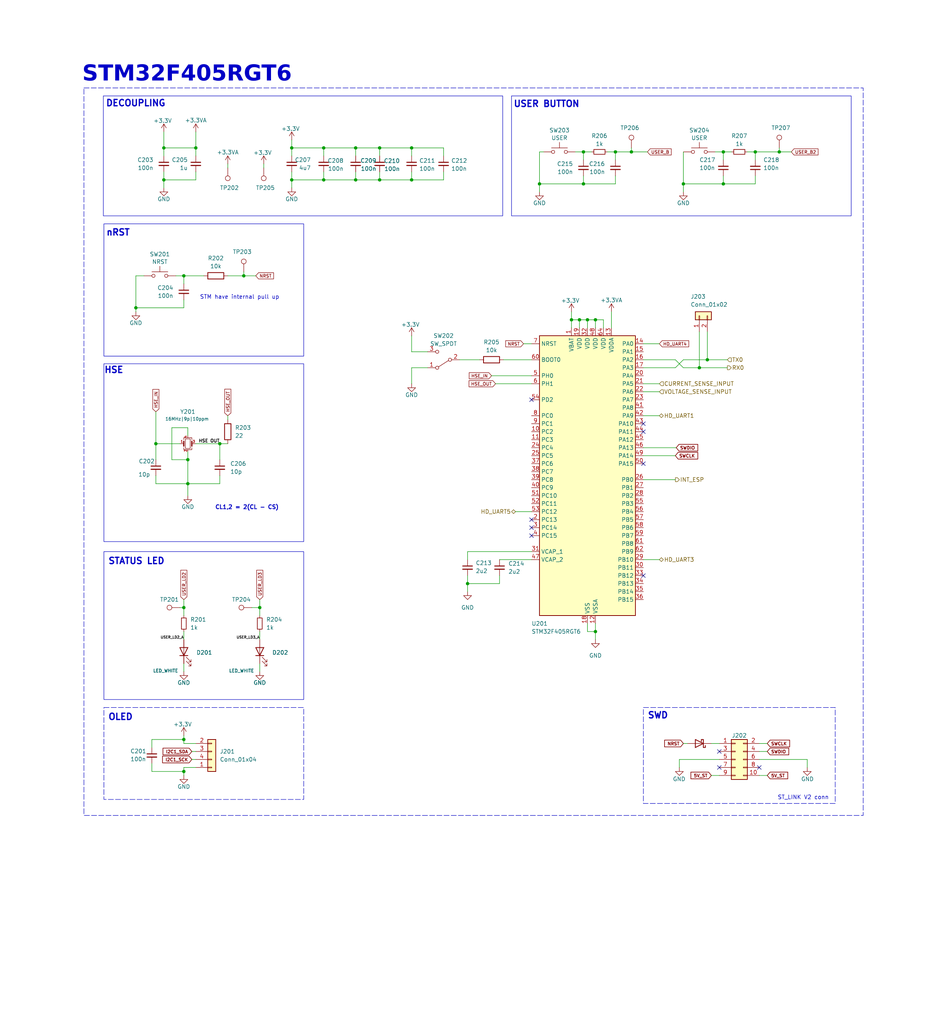
<source format=kicad_sch>
(kicad_sch (version 20231120) (generator "eeschema") (generator_version "8.0")
  (paper "User" 300 325.4)
  (lib_symbols
    (symbol "Connector:TestPoint" (pin_numbers hide) (pin_names (offset 0.762) hide)
      (property "Reference" "TP" (at 0 6.858 0))
      (property "Value" "TestPoint" (at 0 5.08 0))
      (symbol "TestPoint_0_1"
        (circle (center 0 3.302) (radius 0.762))
      )
      (symbol "TestPoint_1_1"
        (pin passive line (at 0 0 90) (length 2.54) (name "1") (number "1"))
      )
    )
    (symbol "Connector_Generic:Conn_01x02" (pin_names (offset 1.016) hide)
      (property "Reference" "J" (at 0 2.54 0))
      (property "Value" "Conn_01x02" (at 0 -5.08 0))
      (symbol "Conn_01x02_1_1"
        (rectangle (start -1.27 -2.413) (end 0 -2.667) (stroke (width 0.1524)))
        (rectangle (start -1.27 0.127) (end 0 -0.127) (stroke (width 0.1524)))
        (rectangle (start -1.27 1.27) (end 1.27 -3.81) (stroke (width 0.254)) (fill (type background)))
        (pin passive line (at -5.08 0 0) (length 3.81) (name "Pin_1") (number "1"))
        (pin passive line (at -5.08 -2.54 0) (length 3.81) (name "Pin_2") (number "2"))
      )
    )
    (symbol "Connector_Generic:Conn_01x04" (pin_names (offset 1.016) hide)
      (property "Reference" "J302" (at 2.54 0 0))
      (property "Value" "Conn_01x04" (at 2.54 -2.54 0))
      (symbol "Conn_01x04_1_1"
        (rectangle (start -1.27 -4.953) (end 0 -5.207) (stroke (width 0.1524)))
        (rectangle (start -1.27 -2.413) (end 0 -2.667) (stroke (width 0.1524)))
        (rectangle (start -1.27 0.127) (end 0 -0.127) (stroke (width 0.1524)))
        (rectangle (start -1.27 2.667) (end 0 2.413) (stroke (width 0.1524)))
        (rectangle (start -1.27 3.81) (end 1.27 -6.35) (stroke (width 0.254)) (fill (type background)))
        (pin passive line (at -5.08 -5.08 0) (length 3.81) (name "Pin_4") (number "1"))
        (pin passive line (at -5.08 2.54 0) (length 3.81) (name "Pin_1") (number "2"))
        (pin passive line (at -5.08 0 0) (length 3.81) (name "Pin_2") (number "3"))
        (pin passive line (at -5.08 -2.54 0) (length 3.81) (name "Pin_3") (number "4"))
      )
    )
    (symbol "Connector_Generic:Conn_02x05_Counter_Clockwise" (pin_names (offset 1.016) hide)
      (property "Reference" "J202" (at 1.27 7.62 0))
      (symbol "Conn_02x05_Counter_Clockwise_1_1"
        (rectangle (start -1.27 -4.953) (end 0 -5.207) (stroke (width 0.1524)))
        (rectangle (start -1.27 -2.413) (end 0 -2.667) (stroke (width 0.1524)))
        (rectangle (start -1.27 0.127) (end 0 -0.127) (stroke (width 0.1524)))
        (rectangle (start -1.27 2.667) (end 0 2.413) (stroke (width 0.1524)))
        (rectangle (start -1.27 5.207) (end 0 4.953) (stroke (width 0.1524)))
        (rectangle (start -1.27 6.35) (end 3.81 -6.35) (stroke (width 0.254)) (fill (type background)))
        (rectangle (start 3.81 -4.953) (end 2.54 -5.207) (stroke (width 0.1524)))
        (rectangle (start 3.81 -2.413) (end 2.54 -2.667) (stroke (width 0.1524)))
        (rectangle (start 3.81 0.127) (end 2.54 -0.127) (stroke (width 0.1524)))
        (rectangle (start 3.81 2.667) (end 2.54 2.413) (stroke (width 0.1524)))
        (rectangle (start 3.81 5.207) (end 2.54 4.953) (stroke (width 0.1524)))
        (pin passive line (at -5.08 5.08 0) (length 3.81) (name "Pin_1") (number "1"))
        (pin passive line (at 7.62 -5.08 180) (length 3.81) (name "Pin_6") (number "10"))
        (pin passive line (at 7.62 5.08 180) (length 3.81) (name "Pin_10") (number "2"))
        (pin passive line (at -5.08 2.54 0) (length 3.81) (name "Pin_2") (number "3"))
        (pin passive line (at 7.62 2.54 180) (length 3.81) (name "Pin_9") (number "4"))
        (pin passive line (at -5.08 0 0) (length 3.81) (name "Pin_3") (number "5"))
        (pin passive line (at 7.62 0 180) (length 3.81) (name "Pin_8") (number "6"))
        (pin passive line (at -5.08 -2.54 0) (length 3.81) (name "Pin_4") (number "7"))
        (pin passive line (at 7.62 -2.54 180) (length 3.81) (name "Pin_7") (number "8"))
        (pin passive line (at -5.08 -5.08 0) (length 3.81) (name "Pin_5") (number "9"))
      )
    )
    (symbol "Device:C_Small" (pin_numbers hide) (pin_names (offset 0.254) hide)
      (property "Reference" "C" (at 0.254 1.778 0))
      (property "Value" "C_Small" (at 0.254 -2.032 0))
      (symbol "C_Small_0_1"
        (polyline (pts (xy -1.524 -0.508) (xy 1.524 -0.508)) (stroke (width 0.3302)))
        (polyline (pts (xy -1.524 0.508) (xy 1.524 0.508)) (stroke (width 0.3048)))
      )
      (symbol "C_Small_1_1"
        (pin passive line (at 0 2.54 270) (length 2.032) (name "~") (number "1"))
        (pin passive line (at 0 -2.54 90) (length 2.032) (name "~") (number "2"))
      )
    )
    (symbol "Device:Crystal_GND24_Small" (pin_names (offset 1.016) hide)
      (property "Reference" "Y" (at 1.27 4.445 0))
      (property "Value" "Crystal_GND24_Small" (at 1.27 2.54 0))
      (symbol "Crystal_GND24_Small_0_1"
        (rectangle (start -0.762 -1.524) (end 0.762 1.524))
        (polyline (pts (xy -1.27 -0.762) (xy -1.27 0.762)) (stroke (width 0.381)))
        (polyline (pts (xy 1.27 -0.762) (xy 1.27 0.762)) (stroke (width 0.381)))
        (polyline (pts (xy -1.27 -1.27) (xy -1.27 -1.905) (xy 1.27 -1.905) (xy 1.27 -1.27)))
        (polyline (pts (xy -1.27 1.27) (xy -1.27 1.905) (xy 1.27 1.905) (xy 1.27 1.27)))
      )
      (symbol "Crystal_GND24_Small_1_1"
        (pin passive line (at -2.54 0 0) (length 1.27) (name "1") (number "1"))
        (pin passive line (at 0 -2.54 90) (length 0.635) (name "2") (number "2"))
        (pin passive line (at 2.54 0 180) (length 1.27) (name "3") (number "3"))
        (pin passive line (at 0 2.54 270) (length 0.635) (name "4") (number "4"))
      )
    )
    (symbol "Device:D_Schottky" (pin_numbers hide) (pin_names (offset 1.016) hide)
      (property "Reference" "D" (at 0 2.54 0))
      (property "Value" "D_Schottky" (at 0 -2.54 0))
      (symbol "D_Schottky_0_1"
        (polyline (pts (xy 1.27 0) (xy -1.27 0)))
        (polyline (pts (xy 1.27 1.27) (xy 1.27 -1.27) (xy -1.27 0) (xy 1.27 1.27)) (stroke (width 0.254)))
        (polyline (pts (xy -1.905 0.635) (xy -1.905 1.27) (xy -1.27 1.27) (xy -1.27 -1.27) (xy -0.635 -1.27) (xy -0.635 -0.635)) (stroke (width 0.254)))
      )
      (symbol "D_Schottky_1_1"
        (pin passive line (at -3.81 0 0) (length 2.54) (name "K") (number "1"))
        (pin passive line (at 3.81 0 180) (length 2.54) (name "A") (number "2"))
      )
    )
    (symbol "Device:LED" (pin_numbers hide) (pin_names (offset 1.016) hide)
      (property "Reference" "D" (at 0 2.54 0))
      (property "Value" "LED" (at 0 -2.54 0))
      (symbol "LED_0_1"
        (polyline (pts (xy -1.27 -1.27) (xy -1.27 1.27)) (stroke (width 0.254)))
        (polyline (pts (xy -1.27 0) (xy 1.27 0)))
        (polyline (pts (xy 1.27 -1.27) (xy 1.27 1.27) (xy -1.27 0) (xy 1.27 -1.27)) (stroke (width 0.254)))
        (polyline (pts (xy -3.048 -0.762) (xy -4.572 -2.286) (xy -3.81 -2.286) (xy -4.572 -2.286) (xy -4.572 -1.524)))
        (polyline (pts (xy -1.778 -0.762) (xy -3.302 -2.286) (xy -2.54 -2.286) (xy -3.302 -2.286) (xy -3.302 -1.524)))
      )
      (symbol "LED_1_1"
        (pin passive line (at -3.81 0 0) (length 2.54) (name "K") (number "1"))
        (pin passive line (at 3.81 0 180) (length 2.54) (name "A") (number "2"))
      )
    )
    (symbol "Device:R" (pin_numbers hide) (pin_names (offset 0))
      (property "Reference" "R" (at 2.032 0 90))
      (property "Value" "R" (at 0 0 90))
      (symbol "R_0_1"
        (rectangle (start -1.016 -2.54) (end 1.016 2.54) (stroke (width 0.254)))
      )
      (symbol "R_1_1"
        (pin passive line (at 0 3.81 270) (length 1.27) (name "~") (number "1"))
        (pin passive line (at 0 -3.81 90) (length 1.27) (name "~") (number "2"))
      )
    )
    (symbol "Device:R_Small" (pin_numbers hide) (pin_names (offset 0.254) hide)
      (property "Reference" "R" (at 0.762 0.508 0))
      (property "Value" "R_Small" (at 0.762 -1.016 0))
      (symbol "R_Small_0_1"
        (rectangle (start -0.762 1.778) (end 0.762 -1.778) (stroke (width 0.2032)))
      )
      (symbol "R_Small_1_1"
        (pin passive line (at 0 2.54 270) (length 0.762) (name "~") (number "1"))
        (pin passive line (at 0 -2.54 90) (length 0.762) (name "~") (number "2"))
      )
    )
    (symbol "MCU_ST_STM32F4:STM32F405RGTx"
      (property "Reference" "U" (at -15.24 46.99 0))
      (property "Value" "STM32F405RGTx" (at 10.16 46.99 0))
      (symbol "STM32F405RGTx_0_1"
        (rectangle (start -15.24 -43.18) (end 15.24 45.72) (stroke (width 0.254)) (fill (type background)))
      )
      (symbol "STM32F405RGTx_1_1"
        (pin power_in line (at -5.08 48.26 270) (length 2.54) (name "VBAT") (number "1"))
        (pin bidirectional line (at -17.78 15.24 0) (length 2.54) (name "PC2") (number "10"))
        (pin bidirectional line (at -17.78 12.7 0) (length 2.54) (name "PC3") (number "11"))
        (pin power_in line (at 2.54 -45.72 90) (length 2.54) (name "VSSA") (number "12"))
        (pin power_in line (at 7.62 48.26 270) (length 2.54) (name "VDDA") (number "13"))
        (pin bidirectional line (at 17.78 43.18 180) (length 2.54) (name "PA0") (number "14"))
        (pin bidirectional line (at 17.78 40.64 180) (length 2.54) (name "PA1") (number "15"))
        (pin bidirectional line (at 17.78 38.1 180) (length 2.54) (name "PA2") (number "16"))
        (pin bidirectional line (at 17.78 35.56 180) (length 2.54) (name "PA3") (number "17"))
        (pin power_in line (at 0 -45.72 90) (length 2.54) (name "VSS") (number "18"))
        (pin power_in line (at -2.54 48.26 270) (length 2.54) (name "VDD") (number "19"))
        (pin bidirectional line (at -17.78 -12.7 0) (length 2.54) (name "PC13") (number "2"))
        (pin bidirectional line (at 17.78 33.02 180) (length 2.54) (name "PA4") (number "20"))
        (pin bidirectional line (at 17.78 30.48 180) (length 2.54) (name "PA5") (number "21"))
        (pin bidirectional line (at 17.78 27.94 180) (length 2.54) (name "PA6") (number "22"))
        (pin bidirectional line (at 17.78 25.4 180) (length 2.54) (name "PA7") (number "23"))
        (pin bidirectional line (at -17.78 10.16 0) (length 2.54) (name "PC4") (number "24"))
        (pin bidirectional line (at -17.78 7.62 0) (length 2.54) (name "PC5") (number "25"))
        (pin bidirectional line (at 17.78 0 180) (length 2.54) (name "PB0") (number "26"))
        (pin bidirectional line (at 17.78 -2.54 180) (length 2.54) (name "PB1") (number "27"))
        (pin bidirectional line (at 17.78 -5.08 180) (length 2.54) (name "PB2") (number "28"))
        (pin bidirectional line (at 17.78 -25.4 180) (length 2.54) (name "PB10") (number "29"))
        (pin bidirectional line (at -17.78 -15.24 0) (length 2.54) (name "PC14") (number "3"))
        (pin bidirectional line (at 17.78 -27.94 180) (length 2.54) (name "PB11") (number "30"))
        (pin power_out line (at -17.78 -22.86 0) (length 2.54) (name "VCAP_1") (number "31"))
        (pin power_in line (at 0 48.26 270) (length 2.54) (name "VDD") (number "32"))
        (pin bidirectional line (at 17.78 -30.48 180) (length 2.54) (name "PB12") (number "33"))
        (pin bidirectional line (at 17.78 -33.02 180) (length 2.54) (name "PB13") (number "34"))
        (pin bidirectional line (at 17.78 -35.56 180) (length 2.54) (name "PB14") (number "35"))
        (pin bidirectional line (at 17.78 -38.1 180) (length 2.54) (name "PB15") (number "36"))
        (pin bidirectional line (at -17.78 5.08 0) (length 2.54) (name "PC6") (number "37"))
        (pin bidirectional line (at -17.78 2.54 0) (length 2.54) (name "PC7") (number "38"))
        (pin bidirectional line (at -17.78 0 0) (length 2.54) (name "PC8") (number "39"))
        (pin bidirectional line (at -17.78 -17.78 0) (length 2.54) (name "PC15") (number "4"))
        (pin bidirectional line (at -17.78 -2.54 0) (length 2.54) (name "PC9") (number "40"))
        (pin bidirectional line (at 17.78 22.86 180) (length 2.54) (name "PA8") (number "41"))
        (pin bidirectional line (at 17.78 20.32 180) (length 2.54) (name "PA9") (number "42"))
        (pin bidirectional line (at 17.78 17.78 180) (length 2.54) (name "PA10") (number "43"))
        (pin bidirectional line (at 17.78 15.24 180) (length 2.54) (name "PA11") (number "44"))
        (pin bidirectional line (at 17.78 12.7 180) (length 2.54) (name "PA12") (number "45"))
        (pin bidirectional line (at 17.78 10.16 180) (length 2.54) (name "PA13") (number "46"))
        (pin power_out line (at -17.78 -25.4 0) (length 2.54) (name "VCAP_2") (number "47"))
        (pin power_in line (at 2.54 48.26 270) (length 2.54) (name "VDD") (number "48"))
        (pin bidirectional line (at 17.78 7.62 180) (length 2.54) (name "PA14") (number "49"))
        (pin bidirectional line (at -17.78 33.02 0) (length 2.54) (name "PH0") (number "5"))
        (pin bidirectional line (at 17.78 5.08 180) (length 2.54) (name "PA15") (number "50"))
        (pin bidirectional line (at -17.78 -5.08 0) (length 2.54) (name "PC10") (number "51"))
        (pin bidirectional line (at -17.78 -7.62 0) (length 2.54) (name "PC11") (number "52"))
        (pin bidirectional line (at -17.78 -10.16 0) (length 2.54) (name "PC12") (number "53"))
        (pin bidirectional line (at -17.78 25.4 0) (length 2.54) (name "PD2") (number "54"))
        (pin bidirectional line (at 17.78 -7.62 180) (length 2.54) (name "PB3") (number "55"))
        (pin bidirectional line (at 17.78 -10.16 180) (length 2.54) (name "PB4") (number "56"))
        (pin bidirectional line (at 17.78 -12.7 180) (length 2.54) (name "PB5") (number "57"))
        (pin bidirectional line (at 17.78 -15.24 180) (length 2.54) (name "PB6") (number "58"))
        (pin bidirectional line (at 17.78 -17.78 180) (length 2.54) (name "PB7") (number "59"))
        (pin bidirectional line (at -17.78 30.48 0) (length 2.54) (name "PH1") (number "6"))
        (pin input line (at -17.78 38.1 0) (length 2.54) (name "BOOT0") (number "60"))
        (pin bidirectional line (at 17.78 -20.32 180) (length 2.54) (name "PB8") (number "61"))
        (pin bidirectional line (at 17.78 -22.86 180) (length 2.54) (name "PB9") (number "62"))
        (pin passive line (at 0 -45.72 90) (length 2.54) hide (name "VSS") (number "63"))
        (pin power_in line (at 5.08 48.26 270) (length 2.54) (name "VDD") (number "64"))
        (pin input line (at -17.78 43.18 0) (length 2.54) (name "NRST") (number "7"))
        (pin bidirectional line (at -17.78 20.32 0) (length 2.54) (name "PC0") (number "8"))
        (pin bidirectional line (at -17.78 17.78 0) (length 2.54) (name "PC1") (number "9"))
      )
    )
    (symbol "SW_MEC_5G_2" (pin_numbers hide) (pin_names (offset 1.016) hide)
      (property "Reference" "SW301" (at 0 6.858 0))
      (property "Value" "NRST" (at 0 4.445 0))
      (symbol "SW_MEC_5G_2_0_1"
        (circle (center -2.032 0) (radius 0.508))
        (polyline (pts (xy 0 1.27) (xy 0 3.048)))
        (polyline (pts (xy 2.54 1.27) (xy -2.54 1.27)))
        (circle (center 2.032 0) (radius 0.508))
      )
      (symbol "SW_MEC_5G_2_1_1"
        (pin passive line (at -5.08 0 0) (length 2.54) (name "A") (number "1"))
        (pin passive line (at -5.08 0 0) (length 2.54) hide (name "A") (number "2"))
        (pin passive line (at 5.08 0 180) (length 2.54) (name "B") (number "2"))
        (pin passive line (at 5.08 0 180) (length 2.54) hide (name "B") (number "4"))
      )
    )
    (symbol "SW_MEC_5G_3" (pin_numbers hide) (pin_names (offset 1.016) hide)
      (property "Reference" "SW303" (at 0 6.858 0))
      (property "Value" "USER" (at 0 4.445 0))
      (symbol "SW_MEC_5G_3_0_1"
        (circle (center -2.032 0) (radius 0.508))
        (polyline (pts (xy 0 1.27) (xy 0 3.048)))
        (polyline (pts (xy 2.54 1.27) (xy -2.54 1.27)))
        (circle (center 2.032 0) (radius 0.508))
        (pin passive line (at -5.08 0 0) (length 2.54) (name "A") (number "1"))
      )
      (symbol "SW_MEC_5G_3_1_1"
        (pin passive line (at -5.08 0 0) (length 2.54) hide (name "A") (number "2"))
        (pin passive line (at 5.08 0 180) (length 2.54) (name "B") (number "2"))
        (pin passive line (at 5.08 0 180) (length 2.54) hide (name "B") (number "4"))
      )
    )
    (symbol "SW_MEC_5G_4" (pin_numbers hide) (pin_names (offset 1.016) hide)
      (property "Reference" "SW304" (at 0 6.858 0))
      (property "Value" "USER" (at 0 4.445 0))
      (symbol "SW_MEC_5G_4_0_1"
        (circle (center -2.032 0) (radius 0.508))
        (polyline (pts (xy 0 1.27) (xy 0 3.048)))
        (polyline (pts (xy 2.54 1.27) (xy -2.54 1.27)))
        (circle (center 2.032 0) (radius 0.508))
        (pin passive line (at -5.08 0 0) (length 2.54) (name "A") (number "1"))
      )
      (symbol "SW_MEC_5G_4_1_1"
        (pin passive line (at -5.08 0 0) (length 2.54) hide (name "A") (number "2"))
        (pin passive line (at 5.08 0 180) (length 2.54) (name "B") (number "2"))
        (pin passive line (at 5.08 0 180) (length 2.54) hide (name "B") (number "4"))
      )
    )
    (symbol "Switch:SW_SPDT" (pin_names (offset 0) hide)
      (property "Reference" "SW" (at 0 4.318 0))
      (property "Value" "SW_SPDT" (at 0 -5.08 0))
      (symbol "SW_SPDT_0_0"
        (circle (center -2.032 0) (radius 0.508))
        (circle (center 2.032 -2.54) (radius 0.508))
      )
      (symbol "SW_SPDT_0_1"
        (polyline (pts (xy -1.524 0.254) (xy 1.651 2.286)))
        (circle (center 2.032 2.54) (radius 0.508))
      )
      (symbol "SW_SPDT_1_1"
        (pin passive line (at 5.08 2.54 180) (length 2.54) (name "A") (number "1"))
        (pin passive line (at -5.08 0 0) (length 2.54) (name "B") (number "2"))
        (pin passive line (at 5.08 -2.54 180) (length 2.54) (name "C") (number "3"))
      )
    )
    (symbol "power:+3.3V" (power) (pin_names (offset 0))
      (property "Value" "+3.3V" (at 0 3.556 0))
      (symbol "+3.3V_0_1"
        (polyline (pts (xy -0.762 1.27) (xy 0 2.54)))
        (polyline (pts (xy 0 0) (xy 0 2.54)))
        (polyline (pts (xy 0 2.54) (xy 0.762 1.27)))
      )
      (symbol "+3.3V_1_1"
        (pin power_in line (at 0 0 90) (length 0) hide (name "+3.3V") (number "1"))
      )
    )
    (symbol "power:+3.3VA" (power) (pin_names (offset 0))
      (property "Value" "+3.3VA" (at 0 3.556 0))
      (symbol "+3.3VA_0_1"
        (polyline (pts (xy -0.762 1.27) (xy 0 2.54)))
        (polyline (pts (xy 0 0) (xy 0 2.54)))
        (polyline (pts (xy 0 2.54) (xy 0.762 1.27)))
      )
      (symbol "+3.3VA_1_1"
        (pin power_in line (at 0 0 90) (length 0) hide (name "+3.3VA") (number "1"))
      )
    )
    (symbol "power:GND" (power) (pin_names (offset 0))
      (property "Value" "GND" (at 0 -3.81 0))
      (symbol "GND_0_1"
        (polyline (pts (xy 0 0) (xy 0 -1.27) (xy 1.27 -1.27) (xy 0 -2.54) (xy -1.27 -1.27) (xy 0 -1.27)))
      )
      (symbol "GND_1_1"
        (pin power_in line (at 0 0 270) (length 0) hide (name "GND") (number "1"))
      )
    )
  )
  (junction (at 77.47 87.63))
  (junction (at 69.85 140.97))
  (junction (at 82.55 193.04))
  (junction (at 195.58 48.26))
  (junction (at 43.18 97.79))
  (junction (at 130.81 46.99))
  (junction (at 181.61 101.6))
  (junction (at 186.69 101.6))
  (junction (at 120.65 57.15))
  (junction (at 185.42 48.26))
  (junction (at 102.87 46.99))
  (junction (at 92.71 57.15))
  (junction (at 58.42 193.04))
  (junction (at 130.81 57.15))
  (junction (at 58.42 245.11))
  (junction (at 102.87 57.15))
  (junction (at 189.23 200.66))
  (junction (at 113.03 57.15))
  (junction (at 92.71 46.99))
  (junction (at 185.42 58.42))
  (junction (at 184.15 101.6))
  (junction (at 148.59 185.42))
  (junction (at 58.42 87.63))
  (junction (at 58.42 234.95))
  (junction (at 52.07 57.15))
  (junction (at 247.65 48.26))
  (junction (at 171.45 58.42))
  (junction (at 62.23 46.99))
  (junction (at 224.79 114.3))
  (junction (at 113.03 46.99))
  (junction (at 49.53 140.97))
  (junction (at 52.07 46.99))
  (junction (at 59.69 146.05))
  (junction (at 120.65 46.99))
  (junction (at 229.87 48.26))
  (junction (at 59.69 153.67))
  (junction (at 240.03 48.26))
  (junction (at 189.23 101.6))
  (junction (at 229.87 58.42))
  (junction (at 217.17 58.42))
  (junction (at 222.25 116.84))
  (junction (at 200.66 48.26))
  (no_connect (at 168.91 167.64))
  (no_connect (at 168.91 165.1))
  (no_connect (at 204.47 137.16))
  (no_connect (at 204.47 182.88))
  (no_connect (at 241.3 243.84))
  (no_connect (at 228.6 243.84))
  (no_connect (at 168.91 170.18))
  (no_connect (at 204.47 134.62))
  (no_connect (at 204.47 147.32))
  (no_connect (at 228.6 238.76))
  (no_connect (at 168.91 127))
  (wire (pts (xy 241.3 241.3) (xy 256.54 241.3)))
  (wire (pts (xy 217.17 114.3) (xy 214.63 116.84)))
  (wire (pts (xy 69.85 140.97) (xy 72.39 140.97)))
  (wire (pts (xy 204.47 121.92) (xy 209.55 121.92)))
  (wire (pts (xy 102.87 46.99) (xy 102.87 49.53)))
  (wire (pts (xy 148.59 177.8) (xy 148.59 175.26)))
  (wire (pts (xy 241.3 238.76) (xy 243.84 238.76)))
  (wire (pts (xy 130.81 46.99) (xy 120.65 46.99)))
  (wire (pts (xy 148.59 175.26) (xy 168.91 175.26)))
  (wire (pts (xy 166.37 109.22) (xy 168.91 109.22)))
  (wire (pts (xy 92.71 44.45) (xy 92.71 46.99)))
  (wire (pts (xy 58.42 87.63) (xy 55.88 87.63)))
  (wire (pts (xy 52.07 57.15) (xy 52.07 59.69)))
  (wire (pts (xy 218.44 236.22) (xy 217.17 236.22)))
  (wire (pts (xy 204.47 142.24) (xy 214.9151 142.24)))
  (wire (pts (xy 240.03 58.42) (xy 229.87 58.42)))
  (wire (pts (xy 59.69 146.05) (xy 59.69 143.51)))
  (wire (pts (xy 82.55 210.82) (xy 82.55 213.36)))
  (wire (pts (xy 58.42 233.68) (xy 58.42 234.95)))
  (wire (pts (xy 189.23 200.66) (xy 186.69 200.66)))
  (wire (pts (xy 52.07 49.53) (xy 52.07 46.99)))
  (wire (pts (xy 52.07 57.15) (xy 62.23 57.15)))
  (wire (pts (xy 82.55 200.66) (xy 82.55 203.2)))
  (wire (pts (xy 52.07 54.61) (xy 52.07 57.15)))
  (wire (pts (xy 204.47 124.46) (xy 209.55 124.46)))
  (wire (pts (xy 193.04 48.26) (xy 195.58 48.26)))
  (wire (pts (xy 217.17 116.84) (xy 222.25 116.84)))
  (wire (pts (xy 49.53 151.13) (xy 49.53 153.67)))
  (wire (pts (xy 256.54 241.3) (xy 256.54 243.84)))
  (wire (pts (xy 171.45 48.26) (xy 172.72 48.26)))
  (wire (pts (xy 43.18 87.63) (xy 43.18 97.79)))
  (wire (pts (xy 226.06 246.38) (xy 228.6 246.38)))
  (wire (pts (xy 130.81 106.68) (xy 130.81 111.76)))
  (wire (pts (xy 186.69 101.6) (xy 186.69 104.14)))
  (wire (pts (xy 92.71 54.61) (xy 92.71 57.15)))
  (wire (pts (xy 191.77 101.6) (xy 189.23 101.6)))
  (wire (pts (xy 171.45 58.42) (xy 185.42 58.42)))
  (wire (pts (xy 58.42 193.04) (xy 58.42 195.58)))
  (wire (pts (xy 77.47 86.36) (xy 77.47 87.63)))
  (wire (pts (xy 217.17 116.84) (xy 214.63 114.3)))
  (wire (pts (xy 130.81 116.84) (xy 130.81 121.92)))
  (wire (pts (xy 83.82 52.07) (xy 83.82 53.34)))
  (wire (pts (xy 217.17 58.42) (xy 217.17 60.96)))
  (wire (pts (xy 195.58 55.88) (xy 195.58 58.42)))
  (wire (pts (xy 113.03 46.99) (xy 120.65 46.99)))
  (wire (pts (xy 224.79 114.3) (xy 231.14 114.3)))
  (wire (pts (xy 247.65 46.99) (xy 247.65 48.26)))
  (wire (pts (xy 120.65 54.61) (xy 120.65 57.15)))
  (wire (pts (xy 226.06 236.22) (xy 228.6 236.22)))
  (wire (pts (xy 59.69 153.67) (xy 69.85 153.67)))
  (wire (pts (xy 113.03 46.99) (xy 113.03 49.53)))
  (wire (pts (xy 62.23 140.97) (xy 69.85 140.97)))
  (wire (pts (xy 160.02 114.3) (xy 168.91 114.3)))
  (wire (pts (xy 49.53 130.81) (xy 49.53 140.97)))
  (wire (pts (xy 60.96 241.3) (xy 62.23 241.3)))
  (wire (pts (xy 52.07 46.99) (xy 62.23 46.99)))
  (wire (pts (xy 204.47 114.3) (xy 214.63 114.3)))
  (wire (pts (xy 204.47 152.4) (xy 214.63 152.4)))
  (wire (pts (xy 181.61 99.06) (xy 181.61 101.6)))
  (wire (pts (xy 82.55 193.04) (xy 82.55 195.58)))
  (wire (pts (xy 58.42 90.17) (xy 58.42 87.63)))
  (wire (pts (xy 229.87 58.42) (xy 217.17 58.42)))
  (wire (pts (xy 204.47 132.08) (xy 209.55 132.08)))
  (wire (pts (xy 186.69 101.6) (xy 184.15 101.6)))
  (wire (pts (xy 241.3 246.38) (xy 243.84 246.38)))
  (wire (pts (xy 62.23 41.91) (xy 62.23 46.99)))
  (wire (pts (xy 204.47 144.78) (xy 214.63 144.78)))
  (wire (pts (xy 184.15 101.6) (xy 184.15 104.14)))
  (wire (pts (xy 157.48 121.92) (xy 168.91 121.92)))
  (wire (pts (xy 92.71 57.15) (xy 102.87 57.15)))
  (wire (pts (xy 72.39 52.07) (xy 72.39 53.34)))
  (wire (pts (xy 102.87 57.15) (xy 113.03 57.15)))
  (wire (pts (xy 69.85 151.13) (xy 69.85 153.67)))
  (wire (pts (xy 217.17 48.26) (xy 217.17 58.42)))
  (wire (pts (xy 62.23 236.22) (xy 58.42 236.22)))
  (wire (pts (xy 58.42 95.25) (xy 58.42 97.79)))
  (wire (pts (xy 58.42 243.84) (xy 62.23 243.84)))
  (wire (pts (xy 48.26 245.11) (xy 58.42 245.11)))
  (wire (pts (xy 120.65 46.99) (xy 120.65 49.53)))
  (wire (pts (xy 251.46 48.26) (xy 247.65 48.26)))
  (wire (pts (xy 189.23 198.12) (xy 189.23 200.66)))
  (wire (pts (xy 82.55 190.5) (xy 82.55 193.04)))
  (wire (pts (xy 185.42 48.26) (xy 187.96 48.26)))
  (wire (pts (xy 80.01 193.04) (xy 82.55 193.04)))
  (wire (pts (xy 184.15 101.6) (xy 181.61 101.6)))
  (wire (pts (xy 58.42 87.63) (xy 64.77 87.63)))
  (wire (pts (xy 215.9 241.3) (xy 215.9 243.84)))
  (wire (pts (xy 59.69 157.48) (xy 59.69 153.67)))
  (wire (pts (xy 237.49 48.26) (xy 240.03 48.26)))
  (wire (pts (xy 195.58 48.26) (xy 200.66 48.26)))
  (wire (pts (xy 49.53 140.97) (xy 49.53 146.05)))
  (wire (pts (xy 140.97 46.99) (xy 140.97 49.53)))
  (wire (pts (xy 58.42 200.66) (xy 58.42 203.2)))
  (wire (pts (xy 72.39 87.63) (xy 77.47 87.63)))
  (wire (pts (xy 130.81 116.84) (xy 135.89 116.84)))
  (wire (pts (xy 148.59 182.88) (xy 148.59 185.42)))
  (wire (pts (xy 189.23 101.6) (xy 189.23 104.14)))
  (wire (pts (xy 59.69 135.89) (xy 59.69 138.43)))
  (wire (pts (xy 240.03 55.88) (xy 240.03 58.42)))
  (wire (pts (xy 229.87 55.88) (xy 229.87 58.42)))
  (wire (pts (xy 195.58 48.26) (xy 195.58 50.8)))
  (wire (pts (xy 58.42 190.5) (xy 58.42 193.04)))
  (wire (pts (xy 43.18 97.79) (xy 43.18 99.06)))
  (wire (pts (xy 92.71 46.99) (xy 92.71 49.53)))
  (wire (pts (xy 58.42 234.95) (xy 58.42 236.22)))
  (wire (pts (xy 77.47 87.63) (xy 81.28 87.63)))
  (wire (pts (xy 158.75 182.88) (xy 158.75 185.42)))
  (wire (pts (xy 185.42 48.26) (xy 185.42 50.8)))
  (wire (pts (xy 156.21 119.38) (xy 168.91 119.38)))
  (wire (pts (xy 135.89 111.76) (xy 130.81 111.76)))
  (wire (pts (xy 181.61 101.6) (xy 181.61 104.14)))
  (wire (pts (xy 58.42 97.79) (xy 43.18 97.79)))
  (wire (pts (xy 72.39 132.08) (xy 72.39 133.35)))
  (wire (pts (xy 48.26 242.57) (xy 48.26 245.11)))
  (wire (pts (xy 49.53 140.97) (xy 57.15 140.97)))
  (wire (pts (xy 191.77 104.14) (xy 191.77 101.6)))
  (wire (pts (xy 200.66 48.26) (xy 205.74 48.26)))
  (wire (pts (xy 49.53 153.67) (xy 59.69 153.67)))
  (wire (pts (xy 200.66 46.99) (xy 200.66 48.26)))
  (wire (pts (xy 182.88 48.26) (xy 185.42 48.26)))
  (wire (pts (xy 92.71 57.15) (xy 92.71 59.69)))
  (wire (pts (xy 54.61 146.05) (xy 54.61 135.89)))
  (wire (pts (xy 130.81 46.99) (xy 130.81 49.53)))
  (wire (pts (xy 185.42 58.42) (xy 195.58 58.42)))
  (wire (pts (xy 185.42 55.88) (xy 185.42 58.42)))
  (wire (pts (xy 222.25 105.41) (xy 222.25 116.84)))
  (wire (pts (xy 52.07 41.91) (xy 52.07 46.99)))
  (wire (pts (xy 224.79 114.3) (xy 217.17 114.3)))
  (wire (pts (xy 58.42 246.38) (xy 58.42 245.11)))
  (wire (pts (xy 158.75 177.8) (xy 168.91 177.8)))
  (wire (pts (xy 232.41 48.26) (xy 229.87 48.26)))
  (wire (pts (xy 92.71 46.99) (xy 102.87 46.99)))
  (wire (pts (xy 189.23 101.6) (xy 186.69 101.6)))
  (wire (pts (xy 168.91 162.56) (xy 163.83 162.56)))
  (wire (pts (xy 62.23 54.61) (xy 62.23 57.15)))
  (wire (pts (xy 171.45 58.42) (xy 171.45 60.96)))
  (wire (pts (xy 58.42 245.11) (xy 58.42 243.84)))
  (wire (pts (xy 60.96 238.76) (xy 62.23 238.76)))
  (wire (pts (xy 43.18 87.63) (xy 45.72 87.63)))
  (wire (pts (xy 204.47 109.22) (xy 209.55 109.22)))
  (wire (pts (xy 204.47 116.84) (xy 214.63 116.84)))
  (wire (pts (xy 48.26 237.49) (xy 48.26 234.95)))
  (wire (pts (xy 54.61 135.89) (xy 59.69 135.89)))
  (wire (pts (xy 189.23 203.2) (xy 189.23 200.66)))
  (wire (pts (xy 194.31 99.06) (xy 194.31 104.14)))
  (wire (pts (xy 69.85 140.97) (xy 69.85 146.05)))
  (wire (pts (xy 186.69 200.66) (xy 186.69 198.12)))
  (wire (pts (xy 204.47 177.8) (xy 209.55 177.8)))
  (wire (pts (xy 146.05 114.3) (xy 152.4 114.3)))
  (wire (pts (xy 130.81 57.15) (xy 120.65 57.15)))
  (wire (pts (xy 130.81 54.61) (xy 130.81 57.15)))
  (wire (pts (xy 247.65 48.26) (xy 240.03 48.26)))
  (wire (pts (xy 54.61 146.05) (xy 59.69 146.05)))
  (wire (pts (xy 240.03 48.26) (xy 240.03 50.8)))
  (wire (pts (xy 113.03 46.99) (xy 102.87 46.99)))
  (wire (pts (xy 48.26 234.95) (xy 58.42 234.95)))
  (wire (pts (xy 140.97 57.15) (xy 130.81 57.15)))
  (wire (pts (xy 171.45 48.26) (xy 171.45 58.42)))
  (wire (pts (xy 62.23 46.99) (xy 62.23 49.53)))
  (wire (pts (xy 224.79 105.41) (xy 224.79 114.3)))
  (wire (pts (xy 58.42 210.82) (xy 58.42 213.36)))
  (wire (pts (xy 57.15 193.04) (xy 58.42 193.04)))
  (wire (pts (xy 59.69 153.67) (xy 59.69 146.05)))
  (wire (pts (xy 228.6 241.3) (xy 215.9 241.3)))
  (wire (pts (xy 231.14 116.84) (xy 222.25 116.84)))
  (wire (pts (xy 241.3 236.22) (xy 243.84 236.22)))
  (wire (pts (xy 140.97 46.99) (xy 130.81 46.99)))
  (wire (pts (xy 102.87 54.61) (xy 102.87 57.15)))
  (wire (pts (xy 140.97 54.61) (xy 140.97 57.15)))
  (wire (pts (xy 148.59 185.42) (xy 158.75 185.42)))
  (wire (pts (xy 113.03 57.15) (xy 120.65 57.15)))
  (wire (pts (xy 229.87 48.26) (xy 229.87 50.8)))
  (wire (pts (xy 229.87 48.26) (xy 227.33 48.26)))
  (wire (pts (xy 148.59 185.42) (xy 148.59 187.96)))
  (wire (pts (xy 113.03 54.61) (xy 113.03 57.15)))
  (rectangle (start 32.8433 30.48) (end 159.766 68.58))
  (rectangle (start 26.67 27.94) (end 274.32 259.08) (stroke (width 0) (type dash)))
  (rectangle (start 33.02 175.26) (end 96.52 222.25))
  (rectangle (start 33.02 224.79) (end 96.52 254) (stroke (width 0) (type dash)))
  (rectangle (start 204.47 224.79) (end 265.43 255.27) (stroke (width 0) (type dash)))
  (rectangle (start 162.56 30.48) (end 270.51 68.58))
  (rectangle (start 33.02 71.12) (end 96.52 113.157))
  (rectangle (start 33.02 115.57) (end 96.52 172.085))
  (text "STM32F405RGT6" (at 26.162 27.94 0) (effects (font (size 5 5) (thickness 0.254) (bold yes)) (justify left bottom)))
  (text "nRST" (at 33.6576 75.196 0) (effects (font (size 2 2) (bold yes)) (justify left bottom)))
  (text "HSE" (at 33.02 118.872 0) (effects (font (size 2 2) (bold yes)) (justify left bottom)))
  (text "OLED\n" (at 34.29 229.108 0) (effects (font (size 2 2) (bold yes)) (justify left bottom)))
  (text "SWD" (at 205.74 228.6 0) (effects (font (size 2 2) (bold yes)) (justify left bottom)))
  (text "USER BUTTON \n" (at 163.0979 34.3468 0) (effects (font (size 2 2) (bold yes)) (justify left bottom)))
  (text "CL1,2 = 2(CL - CS) \n" (at 68.326 162.052 0) (effects (font (size 1.27 1.27) (bold yes)) (justify left bottom)))
  (text "STM have internal pull up " (at 63.5 95.25 0) (effects (font (size 1.27 1.27)) (justify left bottom)))
  (text "DECOUPLING" (at 33.5434 34.1153 0) (effects (font (size 2 2) (thickness 0.4) (bold yes)) (justify left bottom)))
  (text "STATUS LED" (at 34.29 179.578 0) (effects (font (size 2 2) (bold yes)) (justify left bottom)))
  (text "ST_LINK V2 conn" (at 255.27 253.492 0) (effects (font (size 1.27 1.27))))
  (label "USER_LD2_A" (at 58.42 203.2 180) (effects (font (size 0.8 0.8) (bold yes))))
  (label "USER_LD3_A" (at 82.55 203.2 180) (effects (font (size 0.8 0.8) (bold yes))))
  (label "HSE OUT" (at 69.85 140.97 180) (effects (font (size 1 1) (bold yes))))
  (global_label "I2C1_SCK" (shape input) (at 60.96 241.3 180) (effects (font (size 1 1) (thickness 0.2) (bold yes))) (property "Intersheetrefs" "${INTERSHEET_REFS}" (effects (hide yes))))
  (global_label "USER_LD2" (shape input) (at 58.42 190.5 90) (effects (font (size 1 1))) (property "Intersheetrefs" "${INTERSHEET_REFS}" (effects (hide yes))))
  (global_label "SWCLK" (shape input) (at 214.63 144.78 0) (effects (font (size 1 1) (thickness 0.2) (bold yes))) (property "Intersheetrefs" "${INTERSHEET_REFS}" (effects (hide yes))))
  (global_label "HSE_OUT" (shape input) (at 157.48 121.92 180) (effects (font (size 1 1))) (property "Intersheetrefs" "${INTERSHEET_REFS}" (effects (hide yes))))
  (global_label "USER_B2" (shape input) (at 251.46 48.26 0) (effects (font (size 1 1))) (property "Intersheetrefs" "${INTERSHEET_REFS}" (effects (hide yes))))
  (global_label "SWDIO" (shape input) (at 243.84 238.76 0) (effects (font (size 1 1) (thickness 0.2) (bold yes))) (property "Intersheetrefs" "${INTERSHEET_REFS}" (effects (hide yes))))
  (global_label "NRST" (shape input) (at 166.37 109.22 180) (effects (font (size 1 1))) (property "Intersheetrefs" "${INTERSHEET_REFS}" (effects (hide yes))))
  (global_label "I2C1_SDA" (shape input) (at 60.96 238.76 180) (effects (font (size 1 1) (thickness 0.2) (bold yes))) (property "Intersheetrefs" "${INTERSHEET_REFS}" (effects (hide yes))))
  (global_label "HSE_IN" (shape input) (at 49.53 130.81 90) (effects (font (size 1 1))) (property "Intersheetrefs" "${INTERSHEET_REFS}" (effects (hide yes))))
  (global_label "USER_LD3" (shape input) (at 82.55 190.5 90) (effects (font (size 1 1))) (property "Intersheetrefs" "${INTERSHEET_REFS}" (effects (hide yes))))
  (global_label "5V_ST" (shape input) (at 243.84 246.38 0) (effects (font (size 1 1) (thickness 0.2) (bold yes))) (property "Intersheetrefs" "${INTERSHEET_REFS}" (effects (hide yes))))
  (global_label "NRST" (shape input) (at 217.17 236.22 180) (effects (font (size 1 1) (thickness 0.2) (bold yes))) (property "Intersheetrefs" "${INTERSHEET_REFS}" (effects (hide yes))))
  (global_label "SWDIO" (shape input) (at 214.9151 142.24 0) (effects (font (size 1 1) (thickness 0.2) (bold yes))) (property "Intersheetrefs" "${INTERSHEET_REFS}" (effects (hide yes))))
  (global_label "USER_B" (shape input) (at 205.74 48.26 0) (effects (font (size 1 1))) (property "Intersheetrefs" "${INTERSHEET_REFS}" (effects (hide yes))))
  (global_label "5V_ST" (shape input) (at 226.06 246.38 180) (effects (font (size 1 1) (thickness 0.2) (bold yes))) (property "Intersheetrefs" "${INTERSHEET_REFS}" (effects (hide yes))))
  (global_label "HSE_OUT" (shape input) (at 72.39 132.08 90) (effects (font (size 1 1))) (property "Intersheetrefs" "${INTERSHEET_REFS}" (effects (hide yes))))
  (global_label "NRST" (shape input) (at 81.28 87.63 0) (effects (font (size 1 1))) (property "Intersheetrefs" "${INTERSHEET_REFS}" (effects (hide yes))))
  (global_label "HSE_IN" (shape input) (at 156.21 119.38 180) (effects (font (size 1 1))) (property "Intersheetrefs" "${INTERSHEET_REFS}" (effects (hide yes))))
  (global_label "HD_UART4" (shape input) (at 209.55 109.22 0) (effects (font (size 1 1))) (property "Intersheetrefs" "${INTERSHEET_REFS}" (effects (hide yes))))
  (global_label "SWCLK" (shape input) (at 243.84 236.22 0) (effects (font (size 1 1) (thickness 0.2) (bold yes))) (property "Intersheetrefs" "${INTERSHEET_REFS}" (effects (hide yes))))
  (hierarchical_label "HD_UART3" (shape bidirectional) (at 209.55 177.8 0))
  (hierarchical_label "RX0" (shape output) (at 231.14 116.84 0))
  (hierarchical_label "VOLTAGE_SENSE_INPUT" (shape input) (at 209.55 124.46 0))
  (hierarchical_label "HD_UART5" (shape bidirectional) (at 163.83 162.56 180))
  (hierarchical_label "INT_ESP" (shape output) (at 214.63 152.4 0))
  (hierarchical_label "TX0" (shape input) (at 231.14 114.3 0))
  (hierarchical_label "HD_UART1" (shape bidirectional) (at 209.55 132.08 0))
  (hierarchical_label "CURRENT_SENSE_INPUT" (shape input) (at 209.55 121.92 0))
  (symbol (lib_id "Device:LED") (at 82.55 207.01 90) (unit 1)
    (property "Reference" "D202" (at 86.487 207.3275 90) (effects (justify right)))
    (property "Value" "LED_WHITE" (at 72.771 213.106 90) (effects (font (size 1 1)) (justify right)))
    (property "Footprint" "Diode_SMD:D_0603_1608Metric" (effects (hide yes)))
    (property "LCSC Part #" "C2290" (effects (hide yes)))
    (property "JLCPCB Part #" "C2286" (effects (hide yes)))
  )
  (symbol (lib_id "Device:C_Small") (at 69.85 148.59 0) (mirror y) (unit 1)
    (property "Reference" "C206" (at 73.152 147.3263 0) (effects (justify right)))
    (property "Value" "10p" (at 73.152 149.8663 0) (effects (justify right)))
    (property "Footprint" "Capacitor_SMD:C_0402_1005Metric" (effects (hide yes)))
    (property "LCSC Part #" "C32949" (effects (hide yes)))
    (property "JLCPCB Part #" "C32949" (effects (hide yes)))
  )
  (symbol (lib_id "Connector:TestPoint") (at 83.82 53.34 180) (unit 1)
    (property "Reference" "TP205" (at 81.28 59.69 0) (effects (justify right)))
    (property "Value" "TestPoint" (effects (hide yes)))
    (property "Footprint" "TestPoint:TestPoint_Pad_D1.0mm" (effects (hide yes)))
  )
  (symbol (lib_id "power:GND") (at 92.71 59.69 0) (unit 1)
    (property "Reference" "#PWR0213" (effects (hide yes)))
    (property "Value" "GND" (at 92.71 63.246 0))
  )
  (symbol (lib_id "Connector:TestPoint") (at 247.65 46.99 0) (mirror y) (unit 1)
    (property "Reference" "TP207" (at 245.11 40.64 0) (effects (justify right)))
    (property "Value" "TestPoint" (effects (hide yes)))
    (property "Footprint" "TestPoint:TestPoint_Pad_D1.0mm" (effects (hide yes)))
  )
  (symbol (lib_id "Device:C_Small") (at 52.07 52.07 0) (unit 1)
    (property "Reference" "C203" (at 48.768 50.8063 0) (effects (justify right)))
    (property "Value" "100n" (at 48.768 53.3463 0) (effects (justify right)))
    (property "Footprint" "Capacitor_SMD:C_0402_1005Metric" (effects (hide yes)))
    (property "LCSC Part #" "C307331" (effects (hide yes)))
    (property "JLCPCB Part #" "C307331" (effects (hide yes)))
  )
  (symbol (lib_id "power:+3.3VA") (at 194.31 99.06 0) (unit 1)
    (property "Reference" "#PWR0220" (effects (hide yes)))
    (property "Value" "+3.3VA" (at 194.31 95.377 0))
  )
  (symbol (lib_id "Connector:TestPoint") (at 72.39 53.34 180) (unit 1)
    (property "Reference" "TP202" (at 69.85 59.69 0) (effects (justify right)))
    (property "Value" "TestPoint" (effects (hide yes)))
    (property "Footprint" "TestPoint:TestPoint_Pad_D1.0mm" (effects (hide yes)))
  )
  (symbol (lib_id "power:+3.3V") (at 83.82 52.07 0) (unit 1)
    (property "Reference" "#PWR0211" (effects (hide yes)))
    (property "Value" "+3.3V" (at 83.439 48.514 0))
  )
  (symbol (lib_id "Device:C_Small") (at 102.87 52.07 0) (unit 1)
    (property "Reference" "C208" (at 109.22 51.054 0) (effects (justify right)))
    (property "Value" "100n" (at 109.22 53.594 0) (effects (justify right)))
    (property "Footprint" "Capacitor_SMD:C_0402_1005Metric" (effects (hide yes)))
    (property "LCSC Part #" "C307331" (effects (hide yes)))
    (property "JLCPCB Part #" "C307331" (effects (hide yes)))
  )
  (symbol (lib_id "Device:C_Small") (at 130.81 52.07 0) (mirror y) (unit 1)
    (property "Reference" "C211" (at 133.223 51.054 0) (effects (justify right)))
    (property "Value" "100n" (at 133.223 53.594 0) (effects (justify right)))
    (property "Footprint" "Capacitor_SMD:C_0402_1005Metric" (effects (hide yes)))
    (property "LCSC Part #" "C307331" (effects (hide yes)))
    (property "JLCPCB Part #" "C307331" (effects (hide yes)))
  )
  (symbol (lib_id "Device:C_Small") (at 229.87 53.34 180) (unit 1)
    (property "Reference" "C217" (at 222.25 50.8 0) (effects (justify right)))
    (property "Value" "100n" (at 222.25 53.34 0) (effects (justify right)))
    (property "Footprint" "Capacitor_SMD:C_0402_1005Metric" (effects (hide yes)))
    (property "LCSC Part #" "C307331" (effects (hide yes)))
    (property "JLCPCB Part #" "C307331" (effects (hide yes)))
  )
  (symbol (lib_id "Device:D_Schottky") (at 222.25 236.22 180) (unit 1)
    (property "Reference" "D203" (effects (hide yes)))
    (property "Value" "D_Schottky" (effects (hide yes)))
    (property "Footprint" "Diode_SMD:D_SOD-323" (effects (hide yes)))
    (property "JLCPCB Part #" "C191023" (effects (hide yes)))
  )
  (symbol (lib_id "power:+3.3V") (at 52.07 41.91 0) (unit 1)
    (property "Reference" "#PWR0202" (effects (hide yes)))
    (property "Value" "+3.3V" (at 51.689 38.354 0))
  )
  (symbol (lib_id "Connector_Generic:Conn_01x04") (at 67.31 238.76 0) (unit 1)
    (property "Reference" "J201" (at 69.85 238.76 0) (effects (justify left)))
    (property "Value" "Conn_01x04" (at 69.85 241.3 0) (effects (justify left)))
    (property "Footprint" "Connector_PinHeader_2.54mm:PinHeader_1x04_P2.54mm_Vertical" (effects (hide yes)))
  )
  (symbol (lib_id "Device:C_Small") (at 185.42 53.34 0) (unit 1)
    (property "Reference" "C215" (at 182.118 52.0763 0) (effects (justify right)))
    (property "Value" "100n" (at 182.118 54.6163 0) (effects (justify right)))
    (property "Footprint" "Capacitor_SMD:C_0402_1005Metric" (effects (hide yes)))
    (property "LCSC Part #" "C307331" (effects (hide yes)))
    (property "JLCPCB Part #" "C307331" (effects (hide yes)))
  )
  (symbol (lib_id "Device:C_Small") (at 113.03 52.07 0) (unit 1)
    (property "Reference" "C209" (at 119.634 51.054 0) (effects (justify right)))
    (property "Value" "100n" (at 119.634 53.594 0) (effects (justify right)))
    (property "Footprint" "Capacitor_SMD:C_0402_1005Metric" (effects (hide yes)))
    (property "LCSC Part #" "C307331" (effects (hide yes)))
    (property "JLCPCB Part #" "C307331" (effects (hide yes)))
  )
  (symbol (lib_id "power:GND") (at 171.45 60.96 0) (unit 1)
    (property "Reference" "#PWR0217" (effects (hide yes)))
    (property "Value" "GND" (at 171.45 64.516 0))
  )
  (symbol (lib_id "power:GND") (at 58.42 213.36 0) (unit 1)
    (property "Reference" "#PWR0204" (effects (hide yes)))
    (property "Value" "GND" (at 58.42 216.916 0))
  )
  (symbol (lib_id "Device:R_Small") (at 82.55 198.12 0) (unit 1)
    (property "Reference" "R204" (at 84.582 196.85 0) (effects (justify left)))
    (property "Value" "1k" (at 84.582 199.39 0) (effects (justify left)))
    (property "Footprint" "Resistor_SMD:R_0603_1608Metric" (effects (hide yes)))
    (property "LCSC Part #" "C21190" (effects (hide yes)))
    (property "JLCPCB Part #" "C21190" (effects (hide yes)))
  )
  (symbol (lib_id "Device:R_Small") (at 190.5 48.26 90) (unit 1)
    (property "Reference" "R206" (at 190.5 43.18 90))
    (property "Value" "1k" (at 190.5 45.72 90))
    (property "Footprint" "Resistor_SMD:R_0402_1005Metric" (effects (hide yes)))
    (property "JLCPCB Part #" "C11702" (effects (hide yes)))
  )
  (symbol (lib_id "Device:C_Small") (at 58.42 92.71 0) (unit 1)
    (property "Reference" "C204" (at 55.118 91.4463 0) (effects (justify right)))
    (property "Value" "100n" (at 55.118 93.9863 0) (effects (justify right)))
    (property "Footprint" "Capacitor_SMD:C_0402_1005Metric" (effects (hide yes)))
    (property "LCSC Part #" "C307331" (effects (hide yes)))
    (property "JLCPCB Part #" "C307331" (effects (hide yes)))
  )
  (symbol (lib_id "Connector_Generic:Conn_01x02") (at 222.25 100.33 90) (unit 1)
    (property "Reference" "J203" (at 219.456 94.234 90) (effects (justify right)))
    (property "Value" "Conn_01x02" (at 219.456 96.774 90) (effects (justify right)))
    (property "Description" "Generic connector, single row, 01x02, script generated (kicad-library-utils/schlib/autogen/connector/)" (effects (hide yes)))
  )
  (symbol (lib_id "Connector:TestPoint") (at 200.66 46.99 0) (unit 1)
    (property "Reference" "TP206" (at 203.2 40.64 0) (effects (justify right)))
    (property "Value" "TestPoint" (effects (hide yes)))
    (property "Footprint" "TestPoint:TestPoint_Pad_D1.0mm" (effects (hide yes)))
  )
  (symbol (lib_id "Device:LED") (at 58.42 207.01 90) (unit 1)
    (property "Reference" "D201" (at 62.357 207.3275 90) (effects (justify right)))
    (property "Value" "LED_WHITE" (at 48.641 213.106 90) (effects (font (size 1 1)) (justify right)))
    (property "Footprint" "Diode_SMD:D_0603_1608Metric" (effects (hide yes)))
    (property "LCSC Part #" "C2290" (effects (hide yes)))
    (property "JLCPCB Part #" "C72038" (effects (hide yes)))
  )
  (symbol (lib_id "Device:R") (at 68.58 87.63 90) (unit 1)
    (property "Reference" "R202" (at 68.58 82.042 90))
    (property "Value" "10k" (at 68.58 84.582 90))
    (property "Footprint" "Resistor_SMD:R_0402_1005Metric" (effects (hide yes)))
    (property "LCSC Part #" "C25744" (effects (hide yes)))
    (property "JLCPCB Part #" "C25744" (effects (hide yes)))
  )
  (symbol (lib_id "power:GND") (at 130.81 121.92 0) (unit 1)
    (property "Reference" "#PWR0215" (effects (hide yes)))
    (property "Value" "GND" (at 130.81 125.476 0))
  )
  (symbol (lib_id "power:+3.3V") (at 92.71 44.45 0) (unit 1)
    (property "Reference" "#PWR0212" (effects (hide yes)))
    (property "Value" "+3.3V" (at 92.329 40.894 0))
  )
  (symbol (lib_id "Device:C_Small") (at 120.65 52.07 0) (unit 1)
    (property "Reference" "C210" (at 127.1016 51.1048 0) (effects (justify right)))
    (property "Value" "100n" (at 127.1016 53.6448 0) (effects (justify right)))
    (property "Footprint" "Capacitor_SMD:C_0402_1005Metric" (effects (hide yes)))
    (property "LCSC Part #" "C307331" (effects (hide yes)))
    (property "JLCPCB Part #" "C307331" (effects (hide yes)))
  )
  (symbol (lib_id "Device:C_Small") (at 92.71 52.07 0) (unit 1)
    (property "Reference" "C207" (at 98.806 50.8 0) (effects (justify right)))
    (property "Value" "4u7" (at 98.806 53.34 0) (effects (justify right)))
    (property "Footprint" "Capacitor_SMD:C_0402_1005Metric" (effects (hide yes)))
    (property "LCSC Part #" "C96446" (effects (hide yes)))
    (property "JLCPCB Part #" "C23733" (effects (hide yes)))
  )
  (symbol (lib_name "SW_MEC_5G_2") (lib_id "Switch:SW_MEC_5G") (at 50.8 87.63 0) (mirror y) (unit 1)
    (property "Reference" "SW201" (at 50.8 80.772 0))
    (property "Value" "NRST" (at 50.8 83.185 0))
    (property "Footprint" "Button_Switch_THT:SW_PUSH_1P1T_6x3.5mm_H4.3_APEM_MJTP1243" (effects (hide yes)))
    (property "Datasheet" "http://www.apem.com/int/index.php?controller=attachment&id_attachment=488" (effects (hide yes)))
  )
  (symbol (lib_id "Connector_Generic:Conn_02x05_Counter_Clockwise") (at 233.68 241.3 0) (unit 1)
    (property "Reference" "J202" (at 234.95 233.68 0))
    (property "Value" "Conn_02x05_Counter_Clockwise" (effects (hide yes)))
    (property "Footprint" "Connector_PinHeader_2.54mm:PinHeader_2x05_P2.54mm_Vertical" (effects (hide yes)))
  )
  (symbol (lib_id "Switch:SW_SPDT") (at 140.97 114.3 180) (unit 1)
    (property "Reference" "SW202" (at 140.97 106.68 0))
    (property "Value" "SW_SPDT" (at 140.97 109.22 0))
    (property "Footprint" "Button_Switch_THT:SW_E-Switch_EG1271_SPDT" (effects (hide yes)))
  )
  (symbol (lib_id "power:GND") (at 148.59 187.96 0) (unit 1)
    (property "Reference" "#PWR0216" (effects (hide yes)))
    (property "Value" "GND" (at 148.59 193.04 0))
  )
  (symbol (lib_id "power:+3.3VA") (at 62.23 41.91 0) (unit 1)
    (property "Reference" "#PWR0208" (effects (hide yes)))
    (property "Value" "+3.3VA" (at 62.23 38.227 0))
  )
  (symbol (lib_id "Connector:TestPoint") (at 57.15 193.04 90) (unit 1)
    (property "Reference" "TP201" (at 50.8 190.5 90) (effects (justify right)))
    (property "Value" "TestPoint" (effects (hide yes)))
    (property "Footprint" "TestPoint:TestPoint_Pad_D1.0mm" (effects (hide yes)))
  )
  (symbol (lib_id "Connector:TestPoint") (at 80.01 193.04 90) (unit 1)
    (property "Reference" "TP204" (at 73.66 190.5 90) (effects (justify right)))
    (property "Value" "TestPoint" (effects (hide yes)))
    (property "Footprint" "TestPoint:TestPoint_Pad_D1.0mm" (effects (hide yes)))
  )
  (symbol (lib_id "power:GND") (at 215.9 243.84 0) (unit 1)
    (property "Reference" "#PWR0221" (effects (hide yes)))
    (property "Value" "GND" (at 215.8354 247.5136 0))
  )
  (symbol (lib_id "power:GND") (at 82.55 213.36 0) (unit 1)
    (property "Reference" "#PWR0210" (effects (hide yes)))
    (property "Value" "GND" (at 82.55 216.916 0))
  )
  (symbol (lib_id "power:GND") (at 59.69 157.48 0) (unit 1)
    (property "Reference" "#PWR0207" (effects (hide yes)))
    (property "Value" "GND" (at 59.69 161.036 0))
  )
  (symbol (lib_id "Device:R") (at 72.39 137.16 0) (unit 1)
    (property "Reference" "R203" (at 74.676 135.89 0) (effects (justify left)))
    (property "Value" "22" (at 74.676 138.43 0) (effects (justify left)))
    (property "Footprint" "Resistor_SMD:R_0402_1005Metric" (effects (hide yes)))
    (property "LCSC Part #" "C25092" (effects (hide yes)))
    (property "JLCPCB Part #" "C25092" (effects (hide yes)))
  )
  (symbol (lib_id "power:GND") (at 256.54 243.84 0) (mirror y) (unit 1)
    (property "Reference" "#PWR0223" (effects (hide yes)))
    (property "Value" "GND" (at 256.6046 247.5136 0))
  )
  (symbol (lib_id "Device:C_Small") (at 148.59 180.34 0) (unit 1)
    (property "Reference" "C213" (at 151.1619 178.8672 0) (effects (justify left)))
    (property "Value" "2u2" (at 151.1619 181.4072 0) (effects (justify left)))
    (property "Footprint" "Capacitor_SMD:C_0402_1005Metric" (effects (hide yes)))
    (property "JLCPCB Part #" "C12530" (effects (hide yes)))
  )
  (symbol (lib_id "MCU_ST_STM32F4:STM32F405RGTx") (at 186.69 152.4 0) (unit 1)
    (property "Reference" "U201" (at 168.91 198.12 0) (effects (justify left)))
    (property "Value" "STM32F405RGT6" (at 168.91 200.66 0) (effects (justify left)))
    (property "Footprint" "Package_QFP:LQFP-64_10x10mm_P0.5mm" (effects (hide yes)))
    (property "Datasheet" "https://www.st.com/resource/en/datasheet/stm32f405rg.pdf" (effects (hide yes)))
    (property "JLCPCB Part #" "C15742" (effects (hide yes)))
  )
  (symbol (lib_id "Connector:TestPoint") (at 77.47 86.36 0) (unit 1)
    (property "Reference" "TP203" (at 80.01 80.01 0) (effects (justify right)))
    (property "Value" "TestPoint" (effects (hide yes)))
    (property "Footprint" "TestPoint:TestPoint_Pad_D1.0mm" (effects (hide yes)))
  )
  (symbol (lib_id "Device:C_Small") (at 158.75 180.34 0) (unit 1)
    (property "Reference" "C214" (at 161.544 179.0763 0) (effects (justify left)))
    (property "Value" "2u2" (at 161.544 181.6163 0) (effects (justify left)))
    (property "Footprint" "Capacitor_SMD:C_0402_1005Metric" (effects (hide yes)))
    (property "JLCPCB Part #" "C12530" (effects (hide yes)))
  )
  (symbol (lib_id "Device:C_Small") (at 49.53 148.59 0) (mirror y) (unit 1)
    (property "Reference" "C202" (at 44.069 146.558 0) (effects (justify right)))
    (property "Value" "10p" (at 43.942 150.749 0) (effects (justify right)))
    (property "Footprint" "Capacitor_SMD:C_0402_1005Metric" (effects (hide yes)))
    (property "LCSC Part #" "C32949" (effects (hide yes)))
    (property "JLCPCB Part #" "C32949" (effects (hide yes)))
  )
  (symbol (lib_id "Device:R") (at 156.21 114.3 90) (unit 1)
    (property "Reference" "R205" (at 156.21 108.712 90))
    (property "Value" "10k" (at 156.21 111.252 90))
    (property "Footprint" "Resistor_SMD:R_0603_1608Metric" (effects (hide yes)))
    (property "LCSC Part #" "C25744" (effects (hide yes)))
    (property "JLCPCB Part #" "C25804" (effects (hide yes)))
  )
  (symbol (lib_id "power:GND") (at 52.07 59.69 0) (unit 1)
    (property "Reference" "#PWR0203" (effects (hide yes)))
    (property "Value" "GND" (at 52.07 63.246 0))
  )
  (symbol (lib_id "Device:C_Small") (at 48.26 240.03 0) (mirror y) (unit 1)
    (property "Reference" "C201" (at 41.4147 238.6599 0) (effects (justify right)))
    (property "Value" "100n" (at 41.4147 241.1999 0) (effects (justify right)))
    (property "Footprint" "Capacitor_SMD:C_0402_1005Metric" (effects (hide yes)))
    (property "LCSC Part #" "C307331" (effects (hide yes)))
    (property "JLCPCB Part #" "C307331" (effects (hide yes)))
  )
  (symbol (lib_id "power:+3.3V") (at 58.42 233.68 0) (unit 1)
    (property "Reference" "#PWR0205" (effects (hide yes)))
    (property "Value" "+3.3V" (at 58.039 230.124 0))
  )
  (symbol (lib_id "Device:C_Small") (at 195.58 53.34 0) (unit 1)
    (property "Reference" "C216" (at 192.278 52.0763 0) (effects (justify right)))
    (property "Value" "100n" (at 192.278 54.6163 0) (effects (justify right)))
    (property "Footprint" "Capacitor_SMD:C_0402_1005Metric" (effects (hide yes)))
    (property "LCSC Part #" "C307331" (effects (hide yes)))
    (property "JLCPCB Part #" "C307331" (effects (hide yes)))
  )
  (symbol (lib_id "Device:C_Small") (at 140.97 52.07 0) (mirror y) (unit 1)
    (property "Reference" "C212" (at 143.383 51.054 0) (effects (justify right)))
    (property "Value" "100n" (at 143.383 53.594 0) (effects (justify right)))
    (property "Footprint" "Capacitor_SMD:C_0402_1005Metric" (effects (hide yes)))
    (property "LCSC Part #" "C307331" (effects (hide yes)))
    (property "JLCPCB Part #" "C307331" (effects (hide yes)))
  )
  (symbol (lib_id "power:GND") (at 43.18 99.06 0) (unit 1)
    (property "Reference" "#PWR0201" (effects (hide yes)))
    (property "Value" "GND" (at 43.18 102.616 0))
  )
  (symbol (lib_id "Device:C_Small") (at 62.23 52.07 0) (unit 1)
    (property "Reference" "C205" (at 59.69 50.8 0) (effects (justify right)))
    (property "Value" "1u" (at 59.69 53.34 0) (effects (justify right)))
    (property "Footprint" "Capacitor_SMD:C_0402_1005Metric" (effects (hide yes)))
    (property "LCSC Part #" "C15849" (effects (hide yes)))
    (property "JLCPCB Part #" "C52923" (effects (hide yes)))
  )
  (symbol (lib_name "SW_MEC_5G_3") (lib_id "Switch:SW_MEC_5G") (at 177.8 48.26 0) (mirror y) (unit 1)
    (property "Reference" "SW203" (at 177.8 41.402 0))
    (property "Value" "USER" (at 177.8 43.815 0))
    (property "Footprint" "Button_Switch_SMD:SW_Push_1P1T_NO_6x6mm_H9.5mm" (effects (hide yes)))
    (property "Datasheet" "http://www.apem.com/int/index.php?controller=attachment&id_attachment=488" (effects (hide yes)))
  )
  (symbol (lib_id "Device:R_Small") (at 234.95 48.26 270) (mirror x) (unit 1)
    (property "Reference" "R207" (at 234.95 43.18 90))
    (property "Value" "1k" (at 234.95 45.72 90))
    (property "Footprint" "Resistor_SMD:R_0402_1005Metric" (effects (hide yes)))
    (property "JLCPCB Part #" "C11702" (effects (hide yes)))
  )
  (symbol (lib_id "Device:R_Small") (at 58.42 198.12 0) (unit 1)
    (property "Reference" "R201" (at 60.452 196.85 0) (effects (justify left)))
    (property "Value" "1k" (at 60.452 199.39 0) (effects (justify left)))
    (property "Footprint" "Resistor_SMD:R_0603_1608Metric" (effects (hide yes)))
    (property "LCSC Part #" "C21190" (effects (hide yes)))
    (property "JLCPCB Part #" "C21190" (effects (hide yes)))
  )
  (symbol (lib_id "Device:Crystal_GND24_Small") (at 59.69 140.97 0) (unit 1)
    (property "Reference" "Y201" (at 59.69 130.81 0))
    (property "Value" "16MHz|9p|10ppm" (at 59.436 133.096 0) (effects (font (size 1 1))))
    (property "Footprint" "Crystal:Crystal_SMD_3225-4Pin_3.2x2.5mm" (effects (hide yes)))
    (property "LCSC Part #" "C13738" (effects (hide yes)))
    (property "JLCPCB Part #" "C13738" (effects (hide yes)))
  )
  (symbol (lib_id "power:GND") (at 217.17 60.96 0) (unit 1)
    (property "Reference" "#PWR0222" (effects (hide yes)))
    (property "Value" "GND" (at 217.17 64.516 0))
  )
  (symbol (lib_id "power:+3.3V") (at 181.61 99.06 0) (unit 1)
    (property "Reference" "#PWR0218" (effects (hide yes)))
    (property "Value" "+3.3V" (at 181.229 95.504 0))
  )
  (symbol (lib_id "power:GND") (at 189.23 203.2 0) (unit 1)
    (property "Reference" "#PWR0219" (effects (hide yes)))
    (property "Value" "GND" (at 189.23 208.28 0))
  )
  (symbol (lib_id "power:+3.3V") (at 130.81 106.68 0) (unit 1)
    (property "Reference" "#PWR0214" (effects (hide yes)))
    (property "Value" "+3.3V" (at 130.429 103.124 0))
  )
  (symbol (lib_id "power:GND") (at 58.42 246.38 0) (unit 1)
    (property "Reference" "#PWR0206" (effects (hide yes)))
    (property "Value" "GND" (at 58.42 249.936 0))
  )
  (symbol (lib_name "SW_MEC_5G_4") (lib_id "Switch:SW_MEC_5G") (at 222.25 48.26 0) (mirror y) (unit 1)
    (property "Reference" "SW204" (at 222.25 41.402 0))
    (property "Value" "USER" (at 222.25 43.815 0))
    (property "Footprint" "Button_Switch_SMD:SW_Push_1P1T_NO_6x6mm_H9.5mm" (effects (hide yes)))
    (property "Datasheet" "http://www.apem.com/int/index.php?controller=attachment&id_attachment=488" (effects (hide yes)))
  )
  (symbol (lib_id "Device:C_Small") (at 240.03 53.34 180) (unit 1)
    (property "Reference" "C218" (at 242.57 50.8 0) (effects (justify right)))
    (property "Value" "100n" (at 242.57 53.34 0) (effects (justify right)))
    (property "Footprint" "Capacitor_SMD:C_0402_1005Metric" (effects (hide yes)))
    (property "LCSC Part #" "C307331" (effects (hide yes)))
    (property "JLCPCB Part #" "C307331" (effects (hide yes)))
  )
  (symbol (lib_id "power:+3.3VA") (at 72.39 52.07 0) (unit 1)
    (property "Reference" "#PWR0209" (effects (hide yes)))
    (property "Value" "+3.3VA" (at 72.39 48.387 0))
  )
)
</source>
